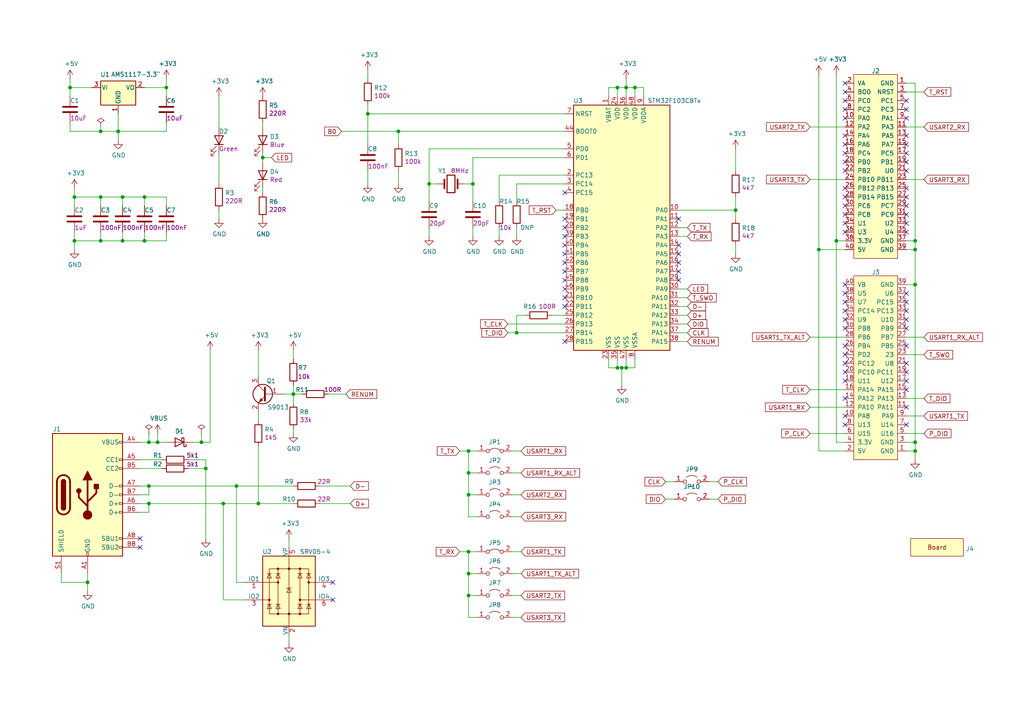
<source format=kicad_sch>
(kicad_sch (version 20211123) (generator eeschema)
  (paper "A4")
  (title_block (title "${TITLE}") (date "2021-06-14") (rev "${REVISION}") (company "${COMPANY}") (comment 1 "${URL}") (comment 2 "${AUTHOR}") (comment 3 "${AUTHOR_EMAIL}"))
  (junction (at 29.21 57.15))
  (junction (at 43.18 140.97))
  (junction (at 41.91 69.85))
  (junction (at 265.43 82.55))
  (junction (at 265.43 128.27))
  (junction (at 43.18 128.27))
  (junction (at 106.68 33.02))
  (junction (at 135.89 160.02))
  (junction (at 25.4 168.91))
  (junction (at 58.42 128.27))
  (junction (at 115.57 38.1))
  (junction (at 41.91 57.15))
  (junction (at 20.32 25.4))
  (junction (at 135.89 137.16))
  (junction (at 21.59 69.85))
  (junction (at 85.09 114.3))
  (junction (at 68.58 140.97))
  (junction (at 265.43 69.85))
  (junction (at 135.89 166.37))
  (junction (at 265.43 72.39))
  (junction (at 29.21 69.85))
  (junction (at 21.59 57.15))
  (junction (at 181.61 25.4))
  (junction (at 237.49 72.39))
  (junction (at 34.29 38.1))
  (junction (at 149.86 96.52))
  (junction (at 124.46 53.34))
  (junction (at 45.72 128.27))
  (junction (at 29.21 38.1))
  (junction (at 135.89 130.81))
  (junction (at 213.36 60.96))
  (junction (at 137.16 53.34))
  (junction (at 180.34 106.68))
  (junction (at 64.77 146.05))
  (junction (at 35.56 57.15))
  (junction (at 135.89 143.51))
  (junction (at 265.43 130.81))
  (junction (at 76.2 45.72))
  (junction (at 184.15 25.4))
  (junction (at 74.93 146.05))
  (junction (at 35.56 69.85))
  (junction (at 135.89 172.72))
  (junction (at 181.61 106.68))
  (junction (at 48.26 25.4))
  (junction (at 179.07 25.4))
  (junction (at 59.69 135.89))
  (junction (at 179.07 106.68))
  (junction (at 242.57 69.85))
  (junction (at 43.18 146.05))
  (no_connect (at 163.83 99.06))
  (no_connect (at 245.11 24.13))
  (no_connect (at 245.11 82.55))
  (no_connect (at 163.83 76.2))
  (no_connect (at 163.83 83.82))
  (no_connect (at 163.83 88.9))
  (no_connect (at 163.83 86.36))
  (no_connect (at 163.83 81.28))
  (no_connect (at 163.83 78.74))
  (no_connect (at 163.83 73.66))
  (no_connect (at 163.83 71.12))
  (no_connect (at 163.83 68.58))
  (no_connect (at 163.83 66.04))
  (no_connect (at 163.83 55.88))
  (no_connect (at 163.83 63.5))
  (no_connect (at 96.52 168.91))
  (no_connect (at 96.52 173.99))
  (no_connect (at 245.11 85.09))
  (no_connect (at 245.11 100.33))
  (no_connect (at 245.11 120.65))
  (no_connect (at 245.11 123.19))
  (no_connect (at 245.11 87.63))
  (no_connect (at 245.11 90.17))
  (no_connect (at 245.11 92.71))
  (no_connect (at 245.11 95.25))
  (no_connect (at 245.11 102.87))
  (no_connect (at 245.11 105.41))
  (no_connect (at 245.11 107.95))
  (no_connect (at 245.11 110.49))
  (no_connect (at 245.11 115.57))
  (no_connect (at 245.11 59.69))
  (no_connect (at 245.11 62.23))
  (no_connect (at 245.11 64.77))
  (no_connect (at 245.11 67.31))
  (no_connect (at 245.11 54.61))
  (no_connect (at 245.11 57.15))
  (no_connect (at 262.89 54.61))
  (no_connect (at 262.89 57.15))
  (no_connect (at 262.89 67.31))
  (no_connect (at 262.89 64.77))
  (no_connect (at 262.89 62.23))
  (no_connect (at 262.89 59.69))
  (no_connect (at 196.85 63.5))
  (no_connect (at 196.85 71.12))
  (no_connect (at 196.85 81.28))
  (no_connect (at 196.85 78.74))
  (no_connect (at 196.85 76.2))
  (no_connect (at 196.85 73.66))
  (no_connect (at 245.11 29.21))
  (no_connect (at 245.11 26.67))
  (no_connect (at 245.11 31.75))
  (no_connect (at 245.11 49.53))
  (no_connect (at 245.11 46.99))
  (no_connect (at 245.11 39.37))
  (no_connect (at 245.11 41.91))
  (no_connect (at 245.11 44.45))
  (no_connect (at 245.11 34.29))
  (no_connect (at 262.89 46.99))
  (no_connect (at 262.89 49.53))
  (no_connect (at 262.89 39.37))
  (no_connect (at 262.89 41.91))
  (no_connect (at 262.89 44.45))
  (no_connect (at 262.89 34.29))
  (no_connect (at 262.89 31.75))
  (no_connect (at 262.89 29.21))
  (no_connect (at 262.89 85.09))
  (no_connect (at 262.89 87.63))
  (no_connect (at 262.89 90.17))
  (no_connect (at 262.89 92.71))
  (no_connect (at 262.89 95.25))
  (no_connect (at 262.89 100.33))
  (no_connect (at 262.89 105.41))
  (no_connect (at 262.89 107.95))
  (no_connect (at 262.89 110.49))
  (no_connect (at 262.89 113.03))
  (no_connect (at 262.89 118.11))
  (no_connect (at 262.89 123.19))
  (no_connect (at 40.64 158.75))
  (no_connect (at 40.64 156.21))
  (wire (pts (xy 213.36 43.18) (xy 213.36 49.53)))
  (wire (pts (xy 181.61 25.4) (xy 184.15 25.4)))
  (wire (pts (xy 265.43 24.13) (xy 265.43 69.85)))
  (wire (pts (xy 193.04 139.7) (xy 195.58 139.7)))
  (wire (pts (xy 184.15 27.94) (xy 184.15 25.4)))
  (wire (pts (xy 180.34 106.68) (xy 180.34 111.76)))
  (wire (pts (xy 133.35 130.81) (xy 135.89 130.81)))
  (wire (pts (xy 135.89 172.72) (xy 138.43 172.72)))
  (wire (pts (xy 78.74 45.72) (xy 76.2 45.72)))
  (wire (pts (xy 63.5 36.83) (xy 63.5 27.94)))
  (wire (pts (xy 76.2 44.45) (xy 76.2 45.72)))
  (wire (pts (xy 41.91 25.4) (xy 48.26 25.4)))
  (wire (pts (xy 106.68 30.48) (xy 106.68 33.02)))
  (wire (pts (xy 48.26 35.56) (xy 48.26 38.1)))
  (wire (pts (xy 176.53 25.4) (xy 179.07 25.4)))
  (wire (pts (xy 76.2 45.72) (xy 76.2 46.99)))
  (wire (pts (xy 58.42 125.73) (xy 58.42 128.27)))
  (wire (pts (xy 21.59 57.15) (xy 21.59 59.69)))
  (wire (pts (xy 43.18 143.51) (xy 43.18 140.97)))
  (wire (pts (xy 74.93 129.54) (xy 74.93 146.05)))
  (wire (pts (xy 83.82 156.21) (xy 83.82 158.75)))
  (wire (pts (xy 242.57 69.85) (xy 242.57 128.27)))
  (wire (pts (xy 35.56 57.15) (xy 29.21 57.15)))
  (wire (pts (xy 124.46 66.04) (xy 124.46 68.58)))
  (wire (pts (xy 134.62 53.34) (xy 137.16 53.34)))
  (wire (pts (xy 199.39 88.9) (xy 196.85 88.9)))
  (wire (pts (xy 262.89 69.85) (xy 265.43 69.85)))
  (wire (pts (xy 267.97 115.57) (xy 262.89 115.57)))
  (wire (pts (xy 46.99 135.89) (xy 40.64 135.89)))
  (wire (pts (xy 29.21 38.1) (xy 34.29 38.1)))
  (wire (pts (xy 199.39 93.98) (xy 196.85 93.98)))
  (wire (pts (xy 176.53 27.94) (xy 176.53 25.4)))
  (wire (pts (xy 161.29 60.96) (xy 163.83 60.96)))
  (wire (pts (xy 41.91 57.15) (xy 41.91 59.69)))
  (wire (pts (xy 85.09 101.6) (xy 85.09 104.14)))
  (wire (pts (xy 74.93 101.6) (xy 74.93 109.22)))
  (wire (pts (xy 265.43 69.85) (xy 265.43 72.39)))
  (wire (pts (xy 63.5 63.5) (xy 63.5 60.96)))
  (wire (pts (xy 100.33 114.3) (xy 95.25 114.3)))
  (wire (pts (xy 21.59 57.15) (xy 21.59 54.61)))
  (wire (pts (xy 29.21 69.85) (xy 29.21 67.31)))
  (wire (pts (xy 40.64 143.51) (xy 43.18 143.51)))
  (wire (pts (xy 245.11 36.83) (xy 234.95 36.83)))
  (wire (pts (xy 237.49 21.59) (xy 237.49 72.39)))
  (wire (pts (xy 237.49 130.81) (xy 245.11 130.81)))
  (wire (pts (xy 148.59 172.72) (xy 151.13 172.72)))
  (wire (pts (xy 181.61 106.68) (xy 180.34 106.68)))
  (wire (pts (xy 149.86 96.52) (xy 147.32 96.52)))
  (wire (pts (xy 193.04 144.78) (xy 195.58 144.78)))
  (wire (pts (xy 40.64 140.97) (xy 43.18 140.97)))
  (wire (pts (xy 85.09 124.46) (xy 85.09 125.73)))
  (wire (pts (xy 25.4 166.37) (xy 25.4 168.91)))
  (wire (pts (xy 55.88 128.27) (xy 58.42 128.27)))
  (wire (pts (xy 234.95 52.07) (xy 245.11 52.07)))
  (wire (pts (xy 106.68 53.34) (xy 106.68 49.53)))
  (wire (pts (xy 262.89 24.13) (xy 265.43 24.13)))
  (wire (pts (xy 152.4 91.44) (xy 149.86 91.44)))
  (wire (pts (xy 124.46 43.18) (xy 124.46 53.34)))
  (wire (pts (xy 205.74 139.7) (xy 208.28 139.7)))
  (wire (pts (xy 20.32 25.4) (xy 20.32 27.94)))
  (wire (pts (xy 85.09 111.76) (xy 85.09 114.3)))
  (wire (pts (xy 60.96 128.27) (xy 60.96 101.6)))
  (wire (pts (xy 40.64 128.27) (xy 43.18 128.27)))
  (wire (pts (xy 71.12 173.99) (xy 64.77 173.99)))
  (wire (pts (xy 135.89 130.81) (xy 135.89 137.16)))
  (wire (pts (xy 135.89 172.72) (xy 135.89 179.07)))
  (wire (pts (xy 106.68 33.02) (xy 106.68 41.91)))
  (wire (pts (xy 151.13 160.02) (xy 148.59 160.02)))
  (wire (pts (xy 20.32 25.4) (xy 20.32 22.86)))
  (wire (pts (xy 234.95 113.03) (xy 245.11 113.03)))
  (wire (pts (xy 199.39 66.04) (xy 196.85 66.04)))
  (wire (pts (xy 43.18 146.05) (xy 40.64 146.05)))
  (wire (pts (xy 135.89 137.16) (xy 135.89 143.51)))
  (wire (pts (xy 34.29 38.1) (xy 48.26 38.1)))
  (wire (pts (xy 135.89 143.51) (xy 135.89 149.86)))
  (wire (pts (xy 237.49 72.39) (xy 237.49 130.81)))
  (wire (pts (xy 40.64 133.35) (xy 46.99 133.35)))
  (wire (pts (xy 144.78 50.8) (xy 144.78 58.42)))
  (wire (pts (xy 48.26 69.85) (xy 41.91 69.85)))
  (wire (pts (xy 245.11 69.85) (xy 242.57 69.85)))
  (wire (pts (xy 234.95 97.79) (xy 245.11 97.79)))
  (wire (pts (xy 45.72 128.27) (xy 48.26 128.27)))
  (wire (pts (xy 76.2 54.61) (xy 76.2 55.88)))
  (wire (pts (xy 196.85 68.58) (xy 199.39 68.58)))
  (wire (pts (xy 135.89 160.02) (xy 135.89 166.37)))
  (wire (pts (xy 35.56 59.69) (xy 35.56 57.15)))
  (wire (pts (xy 34.29 33.02) (xy 34.29 38.1)))
  (wire (pts (xy 137.16 53.34) (xy 137.16 58.42)))
  (wire (pts (xy 133.35 160.02) (xy 135.89 160.02)))
  (wire (pts (xy 213.36 60.96) (xy 213.36 57.15)))
  (wire (pts (xy 21.59 72.39) (xy 21.59 69.85)))
  (wire (pts (xy 20.32 38.1) (xy 29.21 38.1)))
  (wire (pts (xy 29.21 36.83) (xy 29.21 38.1)))
  (wire (pts (xy 163.83 53.34) (xy 149.86 53.34)))
  (wire (pts (xy 135.89 160.02) (xy 138.43 160.02)))
  (wire (pts (xy 179.07 27.94) (xy 179.07 25.4)))
  (wire (pts (xy 163.83 96.52) (xy 149.86 96.52)))
  (wire (pts (xy 64.77 173.99) (xy 64.77 146.05)))
  (wire (pts (xy 180.34 106.68) (xy 179.07 106.68)))
  (wire (pts (xy 149.86 66.04) (xy 149.86 68.58)))
  (wire (pts (xy 85.09 116.84) (xy 85.09 114.3)))
  (wire (pts (xy 199.39 83.82) (xy 196.85 83.82)))
  (wire (pts (xy 137.16 45.72) (xy 137.16 53.34)))
  (wire (pts (xy 20.32 35.56) (xy 20.32 38.1)))
  (wire (pts (xy 115.57 53.34) (xy 115.57 49.53)))
  (wire (pts (xy 267.97 52.07) (xy 262.89 52.07)))
  (wire (pts (xy 43.18 148.59) (xy 43.18 146.05)))
  (wire (pts (xy 196.85 60.96) (xy 213.36 60.96)))
  (wire (pts (xy 17.78 168.91) (xy 25.4 168.91)))
  (wire (pts (xy 87.63 114.3) (xy 85.09 114.3)))
  (wire (pts (xy 179.07 104.14) (xy 179.07 106.68)))
  (wire (pts (xy 148.59 149.86) (xy 151.13 149.86)))
  (wire (pts (xy 34.29 40.64) (xy 34.29 38.1)))
  (wire (pts (xy 151.13 166.37) (xy 148.59 166.37)))
  (wire (pts (xy 265.43 133.35) (xy 265.43 130.81)))
  (wire (pts (xy 181.61 22.86) (xy 181.61 25.4)))
  (wire (pts (xy 135.89 166.37) (xy 135.89 172.72)))
  (wire (pts (xy 68.58 140.97) (xy 85.09 140.97)))
  (wire (pts (xy 137.16 45.72) (xy 163.83 45.72)))
  (wire (pts (xy 48.26 25.4) (xy 48.26 27.94)))
  (wire (pts (xy 106.68 20.32) (xy 106.68 22.86)))
  (wire (pts (xy 149.86 53.34) (xy 149.86 58.42)))
  (wire (pts (xy 138.43 166.37) (xy 135.89 166.37)))
  (wire (pts (xy 237.49 72.39) (xy 245.11 72.39)))
  (wire (pts (xy 213.36 60.96) (xy 213.36 63.5)))
  (wire (pts (xy 163.83 93.98) (xy 147.32 93.98)))
  (wire (pts (xy 265.43 72.39) (xy 265.43 82.55)))
  (wire (pts (xy 184.15 104.14) (xy 184.15 106.68)))
  (wire (pts (xy 213.36 71.12) (xy 213.36 73.66)))
  (wire (pts (xy 163.83 33.02) (xy 106.68 33.02)))
  (wire (pts (xy 205.74 144.78) (xy 208.28 144.78)))
  (wire (pts (xy 63.5 53.34) (xy 63.5 44.45)))
  (wire (pts (xy 267.97 125.73) (xy 262.89 125.73)))
  (wire (pts (xy 124.46 43.18) (xy 163.83 43.18)))
  (wire (pts (xy 43.18 146.05) (xy 64.77 146.05)))
  (wire (pts (xy 127 53.34) (xy 124.46 53.34)))
  (wire (pts (xy 21.59 69.85) (xy 29.21 69.85)))
  (wire (pts (xy 184.15 25.4) (xy 186.69 25.4)))
  (wire (pts (xy 265.43 82.55) (xy 262.89 82.55)))
  (wire (pts (xy 242.57 21.59) (xy 242.57 69.85)))
  (wire (pts (xy 21.59 67.31) (xy 21.59 69.85)))
  (wire (pts (xy 267.97 26.67) (xy 262.89 26.67)))
  (wire (pts (xy 115.57 38.1) (xy 163.83 38.1)))
  (wire (pts (xy 71.12 168.91) (xy 68.58 168.91)))
  (wire (pts (xy 135.89 130.81) (xy 138.43 130.81)))
  (wire (pts (xy 151.13 143.51) (xy 148.59 143.51)))
  (wire (pts (xy 186.69 25.4) (xy 186.69 27.94)))
  (wire (pts (xy 138.43 137.16) (xy 135.89 137.16)))
  (wire (pts (xy 20.32 25.4) (xy 26.67 25.4)))
  (wire (pts (xy 184.15 106.68) (xy 181.61 106.68)))
  (wire (pts (xy 267.97 120.65) (xy 262.89 120.65)))
  (wire (pts (xy 76.2 35.56) (xy 76.2 36.83)))
  (wire (pts (xy 135.89 179.07) (xy 138.43 179.07)))
  (wire (pts (xy 17.78 166.37) (xy 17.78 168.91)))
  (wire (pts (xy 267.97 36.83) (xy 262.89 36.83)))
  (wire (pts (xy 176.53 106.68) (xy 179.07 106.68)))
  (wire (pts (xy 181.61 104.14) (xy 181.61 106.68)))
  (wire (pts (xy 43.18 128.27) (xy 45.72 128.27)))
  (wire (pts (xy 115.57 41.91) (xy 115.57 38.1)))
  (wire (pts (xy 85.09 114.3) (xy 82.55 114.3)))
  (wire (pts (xy 267.97 102.87) (xy 262.89 102.87)))
  (wire (pts (xy 43.18 140.97) (xy 68.58 140.97)))
  (wire (pts (xy 151.13 130.81) (xy 148.59 130.81)))
  (wire (pts (xy 74.93 119.38) (xy 74.93 121.92)))
  (wire (pts (xy 59.69 135.89) (xy 59.69 156.21)))
  (wire (pts (xy 144.78 50.8) (xy 163.83 50.8)))
  (wire (pts (xy 41.91 69.85) (xy 41.91 67.31)))
  (wire (pts (xy 265.43 130.81) (xy 262.89 130.81)))
  (wire (pts (xy 43.18 125.73) (xy 43.18 128.27)))
  (wire (pts (xy 54.61 133.35) (xy 59.69 133.35)))
  (wire (pts (xy 176.53 104.14) (xy 176.53 106.68)))
  (wire (pts (xy 265.43 128.27) (xy 262.89 128.27)))
  (wire (pts (xy 199.39 96.52) (xy 196.85 96.52)))
  (wire (pts (xy 41.91 69.85) (xy 35.56 69.85)))
  (wire (pts (xy 25.4 168.91) (xy 25.4 171.45)))
  (wire (pts (xy 267.97 97.79) (xy 262.89 97.79)))
  (wire (pts (xy 144.78 66.04) (xy 144.78 68.58)))
  (wire (pts (xy 35.56 67.31) (xy 35.56 69.85)))
  (wire (pts (xy 74.93 146.05) (xy 85.09 146.05)))
  (wire (pts (xy 35.56 69.85) (xy 29.21 69.85)))
  (wire (pts (xy 137.16 66.04) (xy 137.16 68.58)))
  (wire (pts (xy 41.91 57.15) (xy 35.56 57.15)))
  (wire (pts (xy 196.85 86.36) (xy 199.39 86.36)))
  (wire (pts (xy 151.13 137.16) (xy 148.59 137.16)))
  (wire (pts (xy 262.89 72.39) (xy 265.43 72.39)))
  (wire (pts (xy 163.83 91.44) (xy 160.02 91.44)))
  (wire (pts (xy 40.64 148.59) (xy 43.18 148.59)))
  (wire (pts (xy 234.95 125.73) (xy 245.11 125.73)))
  (wire (pts (xy 48.26 57.15) (xy 41.91 57.15)))
  (wire (pts (xy 199.39 99.06) (xy 196.85 99.06)))
  (wire (pts (xy 101.6 140.97) (xy 92.71 140.97)))
  (wire (pts (xy 58.42 128.27) (xy 60.96 128.27)))
  (wire (pts (xy 29.21 57.15) (xy 29.21 59.69)))
  (wire (pts (xy 265.43 82.55) (xy 265.43 128.27)))
  (wire (pts (xy 135.89 149.86) (xy 138.43 149.86)))
  (wire (pts (xy 48.26 67.31) (xy 48.26 69.85)))
  (wire (pts (xy 21.59 57.15) (xy 29.21 57.15)))
  (wire (pts (xy 179.07 25.4) (xy 181.61 25.4)))
  (wire (pts (xy 48.26 25.4) (xy 48.26 22.86)))
  (wire (pts (xy 68.58 168.91) (xy 68.58 140.97)))
  (wire (pts (xy 115.57 38.1) (xy 99.06 38.1)))
  (wire (pts (xy 245.11 128.27) (xy 242.57 128.27)))
  (wire (pts (xy 54.61 135.89) (xy 59.69 135.89)))
  (wire (pts (xy 124.46 53.34) (xy 124.46 58.42)))
  (wire (pts (xy 148.59 179.07) (xy 151.13 179.07)))
  (wire (pts (xy 101.6 146.05) (xy 92.71 146.05)))
  (wire (pts (xy 135.89 143.51) (xy 138.43 143.51)))
  (wire (pts (xy 48.26 59.69) (xy 48.26 57.15)))
  (wire (pts (xy 59.69 135.89) (xy 59.69 133.35)))
  (wire (pts (xy 265.43 130.81) (xy 265.43 128.27)))
  (wire (pts (xy 181.61 27.94) (xy 181.61 25.4)))
  (wire (pts (xy 83.82 186.69) (xy 83.82 184.15)))
  (wire (pts (xy 64.77 146.05) (xy 74.93 146.05)))
  (wire (pts (xy 149.86 91.44) (xy 149.86 96.52)))
  (wire (pts (xy 234.95 118.11) (xy 245.11 118.11)))
  (wire (pts (xy 199.39 91.44) (xy 196.85 91.44)))
  (wire (pts (xy 45.72 125.73) (xy 45.72 128.27)))
  (global_label "T_RST" (shape input) (at 267.97 26.67 0) (property "Intersheet References" "${INTERSHEET_REFS}" (effects hide)))
  (global_label "USART2_RX" (shape input) (at 151.13 143.51 0) (property "Intersheet References" "${INTERSHEET_REFS}" (effects hide)))
  (global_label "USART1_RX" (shape input) (at 234.95 118.11 180) (property "Intersheet References" "${INTERSHEET_REFS}" (effects hide)))
  (global_label "CLK" (shape input) (at 199.39 96.52 0) (property "Intersheet References" "${INTERSHEET_REFS}" (effects hide)))
  (global_label "T_DIO" (shape input) (at 147.32 96.52 180) (property "Intersheet References" "${INTERSHEET_REFS}" (effects hide)))
  (global_label "RENUM" (shape input) (at 199.39 99.06 0) (property "Intersheet References" "${INTERSHEET_REFS}" (effects hide)))
  (global_label "T_CLK" (shape input) (at 234.95 113.03 180) (property "Intersheet References" "${INTERSHEET_REFS}" (effects hide)))
  (global_label "T_SWO" (shape input) (at 267.97 102.87 0) (property "Intersheet References" "${INTERSHEET_REFS}" (effects hide)))
  (global_label "P_DIO" (shape input) (at 267.97 125.73 0) (property "Intersheet References" "${INTERSHEET_REFS}" (effects hide)))
  (global_label "D-" (shape input) (at 101.6 140.97 0) (property "Intersheet References" "${INTERSHEET_REFS}" (effects hide)))
  (global_label "USART1_TX_ALT" (shape input) (at 234.95 97.79 180) (property "Intersheet References" "${INTERSHEET_REFS}" (effects hide)))
  (global_label "USART1_TX_ALT" (shape input) (at 151.13 166.37 0) (property "Intersheet References" "${INTERSHEET_REFS}" (effects hide)))
  (global_label "DIO" (shape input) (at 199.39 93.98 0) (property "Intersheet References" "${INTERSHEET_REFS}" (effects hide)))
  (global_label "USART3_RX" (shape input) (at 267.97 52.07 0) (property "Intersheet References" "${INTERSHEET_REFS}" (effects hide)))
  (global_label "T_RST" (shape input) (at 161.29 60.96 180) (property "Intersheet References" "${INTERSHEET_REFS}" (effects hide)))
  (global_label "USART3_TX" (shape input) (at 234.95 52.07 180) (property "Intersheet References" "${INTERSHEET_REFS}" (effects hide)))
  (global_label "USART3_TX" (shape input) (at 151.13 179.07 0) (property "Intersheet References" "${INTERSHEET_REFS}" (effects hide)))
  (global_label "P_DIO" (shape input) (at 208.28 144.78 0) (property "Intersheet References" "${INTERSHEET_REFS}" (effects hide)))
  (global_label "CLK" (shape input) (at 193.04 139.7 180) (property "Intersheet References" "${INTERSHEET_REFS}" (effects hide)))
  (global_label "RENUM" (shape input) (at 100.33 114.3 0) (property "Intersheet References" "${INTERSHEET_REFS}" (effects hide)))
  (global_label "USART1_RX_ALT" (shape input) (at 151.13 137.16 0) (property "Intersheet References" "${INTERSHEET_REFS}" (effects hide)))
  (global_label "LED" (shape input) (at 199.39 83.82 0) (property "Intersheet References" "${INTERSHEET_REFS}" (effects hide)))
  (global_label "T_RX" (shape input) (at 133.35 160.02 180) (property "Intersheet References" "${INTERSHEET_REFS}" (effects hide)))
  (global_label "USART1_RX" (shape input) (at 151.13 130.81 0) (property "Intersheet References" "${INTERSHEET_REFS}" (effects hide)))
  (global_label "P_CLK" (shape input) (at 234.95 125.73 180) (property "Intersheet References" "${INTERSHEET_REFS}" (effects hide)))
  (global_label "P_CLK" (shape input) (at 208.28 139.7 0) (property "Intersheet References" "${INTERSHEET_REFS}" (effects hide)))
  (global_label "T_CLK" (shape input) (at 147.32 93.98 180) (property "Intersheet References" "${INTERSHEET_REFS}" (effects hide)))
  (global_label "T_TX" (shape input) (at 199.39 66.04 0) (property "Intersheet References" "${INTERSHEET_REFS}" (effects hide)))
  (global_label "USART2_TX" (shape input) (at 234.95 36.83 180) (property "Intersheet References" "${INTERSHEET_REFS}" (effects hide)))
  (global_label "USART2_RX" (shape input) (at 267.97 36.83 0) (property "Intersheet References" "${INTERSHEET_REFS}" (effects hide)))
  (global_label "USART1_TX" (shape input) (at 267.97 120.65 0) (property "Intersheet References" "${INTERSHEET_REFS}" (effects hide)))
  (global_label "B0" (shape input) (at 99.06 38.1 180) (property "Intersheet References" "${INTERSHEET_REFS}" (effects hide)))
  (global_label "T_RX" (shape input) (at 199.39 68.58 0) (property "Intersheet References" "${INTERSHEET_REFS}" (effects hide)))
  (global_label "T_SWO" (shape input) (at 199.39 86.36 0) (property "Intersheet References" "${INTERSHEET_REFS}" (effects hide)))
  (global_label "D+" (shape input) (at 199.39 91.44 0) (property "Intersheet References" "${INTERSHEET_REFS}" (effects hide)))
  (global_label "T_DIO" (shape input) (at 267.97 115.57 0) (property "Intersheet References" "${INTERSHEET_REFS}" (effects hide)))
  (global_label "D-" (shape input) (at 199.39 88.9 0) (property "Intersheet References" "${INTERSHEET_REFS}" (effects hide)))
  (global_label "DIO" (shape input) (at 193.04 144.78 180) (property "Intersheet References" "${INTERSHEET_REFS}" (effects hide)))
  (global_label "USART2_TX" (shape input) (at 151.13 172.72 0) (property "Intersheet References" "${INTERSHEET_REFS}" (effects hide)))
  (global_label "USART1_TX" (shape input) (at 151.13 160.02 0) (property "Intersheet References" "${INTERSHEET_REFS}" (effects hide)))
  (global_label "USART1_RX_ALT" (shape input) (at 267.97 97.79 0) (property "Intersheet References" "${INTERSHEET_REFS}" (effects hide)))
  (global_label "D+" (shape input) (at 101.6 146.05 0) (property "Intersheet References" "${INTERSHEET_REFS}" (effects hide)))
  (global_label "LED" (shape input) (at 78.74 45.72 0) (property "Intersheet References" "${INTERSHEET_REFS}" (effects hide)))
  (global_label "USART3_RX" (shape input) (at 151.13 149.86 0) (property "Intersheet References" "${INTERSHEET_REFS}" (effects hide)))
  (global_label "T_TX" (shape input) (at 133.35 130.81 180) (property "Intersheet References" "${INTERSHEET_REFS}" (effects hide)))
  (symbol (lib_id "power:GND") (at 180.34 111.76 0) (unit 1)
    (property "Reference" "#PWR026" (effects hide))
    (property "Value" "GND" (at 180.467 116.1542 0))
  )
  (symbol (lib_id "power:+3.3V") (at 181.61 22.86 0) (unit 1)
    (property "Reference" "#PWR027" (effects hide))
    (property "Value" "+3.3V" (at 181.991 18.4658 0))
  )
  (symbol (lib_id "power:+3.3V") (at 242.57 21.59 0) (unit 1)
    (property "Reference" "#PWR031" (effects hide))
    (property "Value" "+3.3V" (at 242.951 17.1958 0))
  )
  (symbol (lib_id "power:GND") (at 265.43 133.35 0) (unit 1)
    (property "Reference" "#PWR032" (effects hide))
    (property "Value" "GND" (at 265.557 137.7442 0))
  )
  (symbol (lib_id "power:GND") (at 124.46 68.58 0) (unit 1)
    (property "Reference" "#PWR022" (effects hide))
    (property "Value" "GND" (at 124.587 72.9742 0))
  )
  (symbol (lib_id "power:GND") (at 137.16 68.58 0) (unit 1)
    (property "Reference" "#PWR023" (effects hide))
    (property "Value" "GND" (at 137.287 72.9742 0))
  )
  (symbol (lib_id "Device:D_Schottky") (at 52.07 128.27 180) (unit 1)
    (property "Reference" "D1" (at 52.07 125.095 0))
    (property "Value" "~" (at 52.07 125.0696 0))
    (property "Footprint" "Diode_SMD:D_SOD-123" (effects hide))
    (property "LCSC" "C8598" (effects hide))
  )
  (symbol (lib_id "power:GND") (at 25.4 171.45 0) (unit 1)
    (property "Reference" "#PWR04" (effects hide))
    (property "Value" "GND" (at 25.527 175.8442 0))
  )
  (symbol (lib_id "stm32world:USB_C_Receptacle_USB2.0") (at 25.4 143.51 0) (unit 1)
    (property "Reference" "J1" (at 16.51 124.46 0))
    (property "Footprint" "stm32world:USB_C_Receptacle_HRO_TYPE-C-31-M-12" (effects hide))
    (property "Datasheet" "1811131825_Korean-Hroparts-Elec-TYPE-C-31-M-12_C165948.pdf" (effects hide))
    (property "LCSC" "C165948" (effects hide))
  )
  (symbol (lib_id "power:VBUS") (at 45.72 125.73 0) (unit 1)
    (property "Reference" "#PWR06" (effects hide))
    (property "Value" "VBUS" (at 46.101 121.3358 0))
  )
  (symbol (lib_id "power:+5V") (at 60.96 101.6 0) (unit 1)
    (property "Reference" "#PWR09" (effects hide))
    (property "Value" "+5V" (at 61.341 97.2058 0))
  )
  (symbol (lib_id "power:PWR_FLAG") (at 43.18 125.73 0) (unit 1)
    (property "Reference" "#FLG02" (effects hide))
    (property "Value" "PWR_FLAG" (effects hide))
  )
  (symbol (lib_id "power:PWR_FLAG") (at 58.42 125.73 0) (unit 1)
    (property "Reference" "#FLG03" (effects hide))
    (property "Value" "PWR_FLAG" (effects hide))
  )
  (symbol (lib_id "power:GND") (at 34.29 40.64 0) (unit 1)
    (property "Reference" "#PWR05" (effects hide))
    (property "Value" "GND" (at 34.417 45.0342 0))
  )
  (symbol (lib_id "power:+3.3V") (at 48.26 22.86 0) (unit 1)
    (property "Reference" "#PWR07" (effects hide))
    (property "Value" "+3.3V" (at 48.641 18.4658 0))
  )
  (symbol (lib_id "power:PWR_FLAG") (at 29.21 36.83 0) (unit 1)
    (property "Reference" "#FLG01" (effects hide))
    (property "Value" "PWR_FLAG" (effects hide))
  )
  (symbol (lib_id "power:+3.3V") (at 21.59 54.61 0) (unit 1)
    (property "Reference" "#PWR02" (effects hide))
    (property "Value" "+3.3V" (at 21.971 50.2158 0))
  )
  (symbol (lib_id "power:GND") (at 21.59 72.39 0) (unit 1)
    (property "Reference" "#PWR03" (effects hide))
    (property "Value" "GND" (at 21.717 76.7842 0))
  )
  (symbol (lib_id "power:+5V") (at 20.32 22.86 0) (unit 1)
    (property "Reference" "#PWR01" (effects hide))
    (property "Value" "+5V" (at 20.701 18.4658 0))
  )
  (symbol (lib_id "power:GND") (at 63.5 63.5 0) (unit 1)
    (property "Reference" "#PWR011" (effects hide))
    (property "Value" "GND" (at 63.627 67.8942 0))
  )
  (symbol (lib_id "power:+3.3V") (at 63.5 27.94 0) (unit 1)
    (property "Reference" "#PWR010" (effects hide))
    (property "Value" "+3.3V" (at 63.881 23.5458 0))
  )
  (symbol (lib_id "stm32world:C_100NF_0603") (at 29.21 63.5 0) (unit 1)
    (property "Reference" "C3" (at 29.21 60.96 0) (effects (justify left)))
    (property "Value" "C_100NF_0603" (effects hide))
    (property "Footprint" "Capacitor_SMD:C_0603_1608Metric" (effects hide))
    (property "Display" "100nF" (at 29.21 66.04 0) (effects (justify left)))
    (property "LCSC" "C14663" (effects hide))
  )
  (symbol (lib_id "stm32world:C_100NF_0603") (at 35.56 63.5 0) (unit 1)
    (property "Reference" "C4" (at 35.56 60.96 0) (effects (justify left)))
    (property "Value" "C_100NF_0603" (effects hide))
    (property "Footprint" "Capacitor_SMD:C_0603_1608Metric" (effects hide))
    (property "Display" "100nF" (at 35.56 66.04 0) (effects (justify left)))
    (property "LCSC" "C14663" (effects hide))
  )
  (symbol (lib_id "stm32world:C_100NF_0603") (at 41.91 63.5 0) (unit 1)
    (property "Reference" "C5" (at 41.91 60.96 0) (effects (justify left)))
    (property "Value" "C_100NF_0603" (effects hide))
    (property "Footprint" "Capacitor_SMD:C_0603_1608Metric" (effects hide))
    (property "Display" "100nF" (at 41.91 66.04 0) (effects (justify left)))
    (property "LCSC" "C14663" (effects hide))
  )
  (symbol (lib_id "stm32world:C_100NF_0603") (at 48.26 63.5 0) (unit 1)
    (property "Reference" "C7" (at 48.26 60.96 0) (effects (justify left)))
    (property "Value" "C_100NF_0603" (effects hide))
    (property "Footprint" "Capacitor_SMD:C_0603_1608Metric" (effects hide))
    (property "Display" "100nF" (at 48.26 66.04 0) (effects (justify left)))
    (property "LCSC" "C14663" (effects hide))
  )
  (symbol (lib_id "stm32world:R_5.1K_0603") (at 50.8 133.35 270) (unit 1)
    (property "Reference" "R1" (at 45.72 132.08 90))
    (property "Value" "R_5.1K_0603" (effects hide))
    (property "Footprint" "Resistor_SMD:R_0603_1608Metric" (effects hide))
    (property "Display" "5k1" (at 55.88 132.08 90))
    (property "LCSC" "C23186" (effects hide))
  )
  (symbol (lib_id "stm32world:R_5.1K_0603") (at 50.8 135.89 270) (unit 1)
    (property "Reference" "R2" (at 45.72 134.62 90))
    (property "Value" "R_5.1K_0603" (effects hide))
    (property "Footprint" "Resistor_SMD:R_0603_1608Metric" (effects hide))
    (property "Display" "5k1" (at 55.88 134.62 90))
    (property "LCSC" "C23186" (effects hide))
  )
  (symbol (lib_id "stm32world:AMS1117-3.3") (at 34.29 25.4 0) (unit 1)
    (property "Reference" "U1" (at 30.48 21.59 0))
    (property "Value" "AMS1117-3.3``" (at 39.37 21.59 0))
    (property "Footprint" "Package_TO_SOT_SMD:SOT-223-3_TabPin2" (effects hide))
    (property "Datasheet" "https://datasheet.lcsc.com/lcsc/1811142212_Advanced-Monolithic-Systems-AMS1117-3-3_C6186.pdf" (effects hide))
    (property "LCSC" "C6186" (effects hide))
  )
  (symbol (lib_id "stm32world:LED_GREEN_0603") (at 63.5 40.64 270) (mirror x) (unit 1)
    (property "Reference" "D2" (at 63.5 38.1 90) (effects (justify left)))
    (property "Value" "LED_GREEN_0603" (effects hide))
    (property "Footprint" "LED_SMD:LED_0603_1608Metric" (effects hide))
    (property "Display" "Green" (at 63.5 43.18 90) (effects (justify left)))
    (property "LCSC" "C72043" (effects hide))
  )
  (symbol (lib_id "power:+3V3") (at 74.93 101.6 0) (unit 1)
    (property "Reference" "#PWR012" (effects hide))
    (property "Value" "+3V3" (at 75.311 97.2058 0))
  )
  (symbol (lib_id "Device:Q_NPN_BEC") (at 77.47 114.3 0) (mirror y) (unit 1)
    (property "Reference" "Q1" (at 80.01 110.49 0) (effects (justify left)))
    (property "Value" "S9013" (at 83.82 118.11 0) (effects (justify left)))
    (property "Footprint" "Package_TO_SOT_SMD:SOT-23" (effects hide))
    (property "Datasheet" "https://datasheet.lcsc.com/lcsc/1810051504_Changjiang-Electronics-Tech-CJ-S9013_C6749.pdf" (effects hide))
    (property "LCSC" "C6749" (effects hide))
  )
  (symbol (lib_id "power:+5V") (at 85.09 101.6 0) (unit 1)
    (property "Reference" "#PWR017" (effects hide))
    (property "Value" "+5V" (at 85.471 97.2058 0))
  )
  (symbol (lib_id "power:GND") (at 85.09 125.73 0) (unit 1)
    (property "Reference" "#PWR018" (effects hide))
    (property "Value" "GND" (at 85.217 130.1242 0))
  )
  (symbol (lib_id "Jumper:Jumper_2_Open") (at 200.66 139.7 0) (unit 1)
    (property "Reference" "JP9" (at 200.66 136.0678 0))
    (property "Value" "~" (at 200.66 136.0424 0))
    (property "Footprint" "Jumper:SolderJumper-2_P1.3mm_Open_Pad1.0x1.5mm" (effects hide))
  )
  (symbol (lib_id "Jumper:Jumper_2_Open") (at 200.66 144.78 0) (unit 1)
    (property "Reference" "JP10" (at 200.66 141.1478 0))
    (property "Value" "~" (at 200.66 141.1224 0))
    (property "Footprint" "Jumper:SolderJumper-2_P1.3mm_Open_Pad1.0x1.5mm" (effects hide))
  )
  (symbol (lib_id "stm32world:C_10UF_0805") (at 20.32 31.75 0) (unit 1)
    (property "Reference" "C1" (at 20.32 29.21 0) (effects (justify left)))
    (property "Value" "C_10UF_0805" (effects hide))
    (property "Footprint" "Capacitor_SMD:C_0805_2012Metric" (effects hide))
    (property "Display" "10uF" (at 20.32 34.29 0) (effects (justify left)))
    (property "LCSC" "C15850" (effects hide))
  )
  (symbol (lib_id "Jumper:Jumper_2_Bridged") (at 143.51 130.81 0) (unit 1)
    (property "Reference" "JP1" (at 143.51 128.1938 0))
    (property "Value" "~" (at 143.51 128.1684 0))
    (property "Footprint" "Jumper:SolderJumper-2_P1.3mm_Bridged2Bar_Pad1.0x1.5mm" (effects hide))
  )
  (symbol (lib_id "Jumper:Jumper_2_Open") (at 143.51 137.16 0) (unit 1)
    (property "Reference" "JP2" (at 143.51 133.5278 0))
    (property "Value" "~" (at 143.51 133.5024 0))
    (property "Footprint" "Jumper:SolderJumper-2_P1.3mm_Open_Pad1.0x1.5mm" (effects hide))
  )
  (symbol (lib_id "Jumper:Jumper_2_Bridged") (at 143.51 160.02 0) (unit 1)
    (property "Reference" "JP5" (at 143.51 157.4038 0))
    (property "Value" "~" (at 143.51 157.3784 0))
    (property "Footprint" "Jumper:SolderJumper-2_P1.3mm_Bridged2Bar_Pad1.0x1.5mm" (effects hide))
  )
  (symbol (lib_id "Jumper:Jumper_2_Open") (at 143.51 166.37 0) (unit 1)
    (property "Reference" "JP6" (at 143.51 162.7378 0))
    (property "Value" "~" (at 143.51 162.7124 0))
    (property "Footprint" "Jumper:SolderJumper-2_P1.3mm_Open_Pad1.0x1.5mm" (effects hide))
  )
  (symbol (lib_id "Jumper:Jumper_2_Open") (at 143.51 143.51 0) (unit 1)
    (property "Reference" "JP3" (at 143.51 139.8778 0))
    (property "Value" "~" (at 143.51 139.8524 0))
    (property "Footprint" "Jumper:SolderJumper-2_P1.3mm_Open_Pad1.0x1.5mm" (effects hide))
  )
  (symbol (lib_id "Jumper:Jumper_2_Open") (at 143.51 172.72 0) (unit 1)
    (property "Reference" "JP7" (at 143.51 169.0878 0))
    (property "Value" "~" (at 143.51 169.0624 0))
    (property "Footprint" "Jumper:SolderJumper-2_P1.3mm_Open_Pad1.0x1.5mm" (effects hide))
  )
  (symbol (lib_id "stm32world:C_10UF_0805") (at 48.26 31.75 0) (unit 1)
    (property "Reference" "C6" (at 48.26 29.21 0) (effects (justify left)))
    (property "Value" "C_10UF_0805" (effects hide))
    (property "Footprint" "Capacitor_SMD:C_0805_2012Metric" (effects hide))
    (property "Display" "10uF" (at 48.26 34.29 0) (effects (justify left)))
    (property "LCSC" "C15850" (effects hide))
  )
  (symbol (lib_id "stm32world:R_22_0603") (at 88.9 140.97 270) (unit 1)
    (property "Reference" "R9" (at 83.82 139.7 90))
    (property "Value" "R_22_0603" (effects hide))
    (property "Footprint" "Resistor_SMD:R_0603_1608Metric" (effects hide))
    (property "Display" "22R" (at 93.98 139.7 90))
    (property "LCSC" "C23345" (effects hide))
  )
  (symbol (lib_id "stm32world:R_22_0603") (at 88.9 146.05 270) (unit 1)
    (property "Reference" "R10" (at 83.82 144.78 90))
    (property "Value" "R_22_0603" (effects hide))
    (property "Footprint" "Resistor_SMD:R_0603_1608Metric" (effects hide))
    (property "Display" "22R" (at 93.98 144.78 90))
    (property "LCSC" "C23345" (effects hide))
  )
  (symbol (lib_id "stm32world:R_220_0603") (at 63.5 57.15 0) (unit 1)
    (property "Reference" "R3" (at 65.278 55.9816 0) (effects (justify left)))
    (property "Value" "R_220_0603" (effects hide))
    (property "Footprint" "Resistor_SMD:R_0603_1608Metric" (effects hide))
    (property "Display" "220R" (at 65.278 58.293 0) (effects (justify left)))
    (property "LCSC" "C22962" (effects hide))
  )
  (symbol (lib_id "stm32world:C_20PF_0603") (at 124.46 62.23 0) (unit 1)
    (property "Reference" "C9" (at 124.46 59.69 0) (effects (justify left)))
    (property "Value" "C_20PF_0603" (effects hide))
    (property "Footprint" "Capacitor_SMD:C_0603_1608Metric" (effects hide))
    (property "Display" "20pF" (at 124.46 64.77 0) (effects (justify left)))
    (property "LCSC" "C1648" (effects hide))
  )
  (symbol (lib_id "stm32world:C_20PF_0603") (at 137.16 62.23 0) (unit 1)
    (property "Reference" "C10" (at 137.16 59.69 0) (effects (justify left)))
    (property "Value" "C_20PF_0603" (effects hide))
    (property "Footprint" "Capacitor_SMD:C_0603_1608Metric" (effects hide))
    (property "Display" "20pF" (at 137.16 64.77 0) (effects (justify left)))
    (property "LCSC" "C1648" (effects hide))
  )
  (symbol (lib_id "stm32world:C_1UF_0603") (at 21.59 63.5 0) (unit 1)
    (property "Reference" "C2" (at 21.59 60.96 0) (effects (justify left)))
    (property "Value" "C_1UF_0603" (effects hide))
    (property "Footprint" "Capacitor_SMD:C_0603_1608Metric" (effects hide))
    (property "Display" "1uF" (at 21.59 66.04 0) (effects (justify left)))
    (property "LCSC" "C15849" (effects hide))
  )
  (symbol (lib_id "MCU_ST_STM32F1:STM32F103CBTx") (at 181.61 66.04 0) (unit 1)
    (property "Reference" "U3" (at 167.64 29.21 0))
    (property "Value" "STM32F103CBTx" (at 195.58 29.21 0))
    (property "Footprint" "Package_QFP:LQFP-48_7x7mm_P0.5mm" (effects hide))
    (property "Datasheet" "http://www.st.com/st-web-ui/static/active/en/resource/technical/document/datasheet/CD00161566.pdf" (effects hide))
    (property "LCSC" "C8304" (effects hide))
  )
  (symbol (lib_id "Jumper:Jumper_2_Open") (at 143.51 149.86 0) (unit 1)
    (property "Reference" "JP4" (at 143.51 146.2278 0))
    (property "Value" "~" (at 143.51 146.2024 0))
    (property "Footprint" "Jumper:SolderJumper-2_P1.3mm_Open_Pad1.0x1.5mm" (effects hide))
  )
  (symbol (lib_id "Jumper:Jumper_2_Open") (at 143.51 179.07 0) (unit 1)
    (property "Reference" "JP8" (at 143.51 175.4378 0))
    (property "Value" "~" (at 143.51 175.4124 0))
    (property "Footprint" "Jumper:SolderJumper-2_P1.3mm_Open_Pad1.0x1.5mm" (effects hide))
  )
  (symbol (lib_id "power:+3V3") (at 76.2 27.94 0) (unit 1)
    (property "Reference" "#PWR013" (effects hide))
    (property "Value" "+3V3" (at 76.581 23.5458 0))
  )
  (symbol (lib_id "power:GND") (at 76.2 63.5 0) (unit 1)
    (property "Reference" "#PWR014" (effects hide))
    (property "Value" "GND" (at 76.327 67.8942 0))
  )
  (symbol (lib_id "stm32world:R_220_0603") (at 76.2 31.75 0) (unit 1)
    (property "Reference" "R5" (at 77.978 30.5816 0) (effects (justify left)))
    (property "Value" "R_220_0603" (effects hide))
    (property "Footprint" "Resistor_SMD:R_0603_1608Metric" (effects hide))
    (property "Display" "220R" (at 77.978 32.893 0) (effects (justify left)))
    (property "LCSC" "C22962" (effects hide))
  )
  (symbol (lib_id "stm32world:R_220_0603") (at 76.2 59.69 0) (unit 1)
    (property "Reference" "R6" (at 77.978 58.5216 0) (effects (justify left)))
    (property "Value" "R_220_0603" (effects hide))
    (property "Footprint" "Resistor_SMD:R_0603_1608Metric" (effects hide))
    (property "Display" "220R" (at 77.978 60.833 0) (effects (justify left)))
    (property "LCSC" "C22962" (effects hide))
  )
  (symbol (lib_id "stm32world:LED_BLUE_0603") (at 76.2 40.64 270) (mirror x) (unit 1)
    (property "Reference" "D3" (at 78.232 39.6494 90) (effects (justify left)))
    (property "Value" "LED_BLUE_0603" (effects hide))
    (property "Footprint" "LED_SMD:LED_0603_1608Metric" (effects hide))
    (property "Display" "Blue" (at 78.232 41.9608 90) (effects (justify left)))
    (property "LCSC" "C72041" (effects hide))
  )
  (symbol (lib_id "stm32world:LED_RED_0603") (at 76.2 50.8 270) (mirror x) (unit 1)
    (property "Reference" "D4" (at 78.232 49.8094 90) (effects (justify left)))
    (property "Value" "LED_RED_0603" (effects hide))
    (property "Footprint" "LED_SMD:LED_0603_1608Metric" (effects hide))
    (property "Display" "Red" (at 78.232 52.1208 90) (effects (justify left)))
    (property "LCSC" "C2286" (effects hide))
  )
  (symbol (lib_id "stm32world:SRV05-4") (at 83.82 171.45 0) (unit 1)
    (property "Reference" "U2" (at 77.47 160.02 0))
    (property "Value" "SRV05-4" (at 91.44 160.02 0))
    (property "Footprint" "Package_TO_SOT_SMD:SOT-23-6" (effects hide))
    (property "LCSC" "C85364" (effects hide))
  )
  (symbol (lib_id "power:GND") (at 83.82 186.69 0) (unit 1)
    (property "Reference" "#PWR016" (effects hide))
    (property "Value" "GND" (at 83.947 191.0842 0))
  )
  (symbol (lib_id "power:+3V3") (at 83.82 156.21 0) (unit 1)
    (property "Reference" "#PWR015" (effects hide))
    (property "Value" "+3V3" (at 84.201 151.8158 0))
  )
  (symbol (lib_id "stm32world:R_100_0603") (at 156.21 91.44 270) (unit 1)
    (property "Reference" "R16" (at 153.67 88.9 90))
    (property "Value" "R_100_0603" (effects hide))
    (property "Footprint" "Resistor_SMD:R_0603_1608Metric" (effects hide))
    (property "Display" "100R" (at 158.75 88.9 90))
    (property "LCSC" "C22775" (effects hide))
  )
  (symbol (lib_id "power:+5V") (at 237.49 21.59 0) (unit 1)
    (property "Reference" "#PWR030" (effects hide))
    (property "Value" "+5V" (at 237.871 17.1958 0))
  )
  (symbol (lib_id "power:+3V3") (at 106.68 20.32 0) (unit 1)
    (property "Reference" "#PWR019" (effects hide))
    (property "Value" "+3V3" (at 107.061 15.9258 0))
  )
  (symbol (lib_id "power:GND") (at 106.68 53.34 0) (unit 1)
    (property "Reference" "#PWR020" (effects hide))
    (property "Value" "GND" (at 106.807 57.7342 0))
  )
  (symbol (lib_id "power:GND") (at 115.57 53.34 0) (unit 1)
    (property "Reference" "#PWR021" (effects hide))
    (property "Value" "GND" (at 115.697 57.7342 0))
  )
  (symbol (lib_id "power:GND") (at 59.69 156.21 0) (unit 1)
    (property "Reference" "#PWR08" (effects hide))
    (property "Value" "GND" (at 59.817 160.6042 0))
  )
  (symbol (lib_id "Device:R") (at 149.86 62.23 180) (unit 1)
    (property "Reference" "R15" (at 153.67 58.42 0) (effects (justify left)))
    (property "Value" "DNP" (at 154.94 66.04 0) (effects (justify left)))
    (property "Footprint" "Resistor_SMD:R_0603_1608Metric" (effects hide))
    (property "LCSC" "xxC25744" (effects hide))
  )
  (symbol (lib_id "power:GND") (at 144.78 68.58 0) (unit 1)
    (property "Reference" "#PWR024" (effects hide))
    (property "Value" "GND" (at 144.907 72.9742 0))
  )
  (symbol (lib_id "power:GND") (at 149.86 68.58 0) (unit 1)
    (property "Reference" "#PWR025" (effects hide))
    (property "Value" "GND" (at 149.987 72.9742 0))
  )
  (symbol (lib_id "power:+3V3") (at 213.36 43.18 0) (unit 1)
    (property "Reference" "#PWR028" (effects hide))
    (property "Value" "+3V3" (at 213.741 38.7858 0))
  )
  (symbol (lib_id "power:GND") (at 213.36 73.66 0) (unit 1)
    (property "Reference" "#PWR029" (effects hide))
    (property "Value" "GND" (at 213.487 78.0542 0))
  )
  (symbol (lib_id "stm32world:X_8MHZ") (at 130.81 53.34 0) (unit 1)
    (property "Reference" "Y1" (at 128.27 49.53 0))
    (property "Value" "X_8MHZ" (effects hide))
    (property "Footprint" "stm32world:Crystal_SMD_5032-2Pin_5.0x3.2mm" (effects hide))
    (property "LCSC" "C115962" (effects hide))
    (property "Display" "8MHz" (at 133.35 49.53 0))
  )
  (symbol (lib_id "stm32world:C_100NF_0603") (at 106.68 45.72 0) (unit 1)
    (property "Reference" "C8" (at 106.68 43.18 0) (effects (justify left)))
    (property "Value" "C_100NF_0603" (effects hide))
    (property "Footprint" "Capacitor_SMD:C_0603_1608Metric" (effects hide))
    (property "Display" "100nF" (at 106.68 48.26 0) (effects (justify left)))
    (property "LCSC" "C14663" (effects hide))
  )
  (symbol (lib_id "stm32world:R_100K_0603") (at 115.57 45.72 0) (unit 1)
    (property "Reference" "R13" (at 117.348 44.5516 0) (effects (justify left)))
    (property "Value" "R_100K_0603" (effects hide))
    (property "Footprint" "Resistor_SMD:R_0603_1608Metric" (effects hide))
    (property "Display" "100k" (at 117.348 46.863 0) (effects (justify left)))
    (property "LCSC" "C25803" (effects hide))
  )
  (symbol (lib_id "stm32world:R_10K_0603") (at 144.78 62.23 0) (unit 1)
    (property "Reference" "R14" (at 144.78 58.42 0) (effects (justify left)))
    (property "Value" "R_10K_0603" (effects hide))
    (property "Footprint" "Resistor_SMD:R_0603_1608Metric" (effects hide))
    (property "Display" "10k" (at 144.78 66.04 0) (effects (justify left)))
    (property "LCSC" "C25804" (effects hide))
  )
  (symbol (lib_id "stm32world:R_100K_0603") (at 106.68 26.67 0) (unit 1)
    (property "Reference" "R12" (at 108.458 25.5016 0) (effects (justify left)))
    (property "Value" "R_100K_0603" (effects hide))
    (property "Footprint" "Resistor_SMD:R_0603_1608Metric" (effects hide))
    (property "Display" "100k" (at 108.458 27.813 0) (effects (justify left)))
    (property "LCSC" "C25803" (effects hide))
  )
  (symbol (lib_id "stm32world:R_1.5K_0603") (at 74.93 125.73 0) (unit 1)
    (property "Reference" "R4" (at 76.708 124.5616 0) (effects (justify left)))
    (property "Value" "R_1.5K_0603" (effects hide))
    (property "Footprint" "Resistor_SMD:R_0603_1608Metric" (effects hide))
    (property "Display" "1k5" (at 76.708 126.873 0) (effects (justify left)))
    (property "LCSC" "C22843" (effects hide))
  )
  (symbol (lib_id "stm32world:R_10K_0603") (at 85.09 107.95 0) (unit 1)
    (property "Reference" "R7" (at 86.36 106.68 0) (effects (justify left)))
    (property "Value" "R_10K_0603" (effects hide))
    (property "Footprint" "Resistor_SMD:R_0603_1608Metric" (effects hide))
    (property "Display" "10k" (at 86.36 109.22 0) (effects (justify left)))
    (property "LCSC" "C25804" (effects hide))
  )
  (symbol (lib_id "stm32world:R_33K_0603") (at 85.09 120.65 0) (unit 1)
    (property "Reference" "R8" (at 86.868 119.4816 0) (effects (justify left)))
    (property "Value" "R_33K_0603" (effects hide))
    (property "Footprint" "Resistor_SMD:R_0603_1608Metric" (effects hide))
    (property "Display" "33k" (at 86.868 121.793 0) (effects (justify left)))
    (property "LCSC" "C4216" (effects hide))
  )
  (symbol (lib_id "stm32world:R_100_0603") (at 91.44 114.3 270) (unit 1)
    (property "Reference" "R11" (at 87.63 113.03 90))
    (property "Value" "R_100_0603" (effects hide))
    (property "Footprint" "Resistor_SMD:R_0603_1608Metric" (effects hide))
    (property "Display" "100R" (at 96.52 113.03 90))
    (property "LCSC" "C22775" (effects hide))
  )
  (symbol (lib_id "stm32world:R_4.7K_0603") (at 213.36 53.34 0) (unit 1)
    (property "Reference" "R17" (at 215.138 52.1716 0) (effects (justify left)))
    (property "Value" "R_4.7K_0603" (effects hide))
    (property "Footprint" "Resistor_SMD:R_0603_1608Metric" (effects hide))
    (property "Display" "4k7" (at 215.138 54.483 0) (effects (justify left)))
    (property "LCSC" "C23162" (effects hide))
  )
  (symbol (lib_id "stm32world:R_4.7K_0603") (at 213.36 67.31 0) (unit 1)
    (property "Reference" "R18" (at 215.138 66.1416 0) (effects (justify left)))
    (property "Value" "R_4.7K_0603" (effects hide))
    (property "Footprint" "Resistor_SMD:R_0603_1608Metric" (effects hide))
    (property "Display" "4k7" (at 215.138 68.453 0) (effects (justify left)))
    (property "LCSC" "C23162" (effects hide))
  )
  (symbol (lib_id "stm32world:STM32WORLD_CONNECTOR_1") (at 254 48.26 0) (unit 1)
    (property "Reference" "J2" (at 254 20.5542 0))
    (property "Value" "STM32WORLD_CONNECTOR_1" (effects hide))
    (property "Footprint" "stm32world:PinSocket_2x20_P2.54mm_Vertical_Stackable" (effects hide))
    (property "LCSC" "C35165" (effects hide))
  )
  (symbol (lib_id "stm32world:STM32WORLD_CONNECTOR_2") (at 254 106.68 0) (unit 1)
    (property "Reference" "J3" (at 254 78.9742 0))
    (property "Value" "STM32WORLD_CONNECTOR_2" (effects hide))
    (property "Footprint" "stm32world:PinSocket_2x20_P2.54mm_Vertical_Stackable" (effects hide))
    (property "LCSC" "C35165" (effects hide))
  )
  (symbol (lib_id "stm32world:STM32WORLD_BOARD") (at 271.78 158.75 0) (unit 1)
    (property "Reference" "J4" (at 280.1112 159.1838 0) (effects (justify left)))
    (property "Value" "STM32WORLD_BOARD" (effects hide))
    (property "Footprint" "stm32world:STM32WORLD_BOARD" (effects hide))
  )
)
</source>
